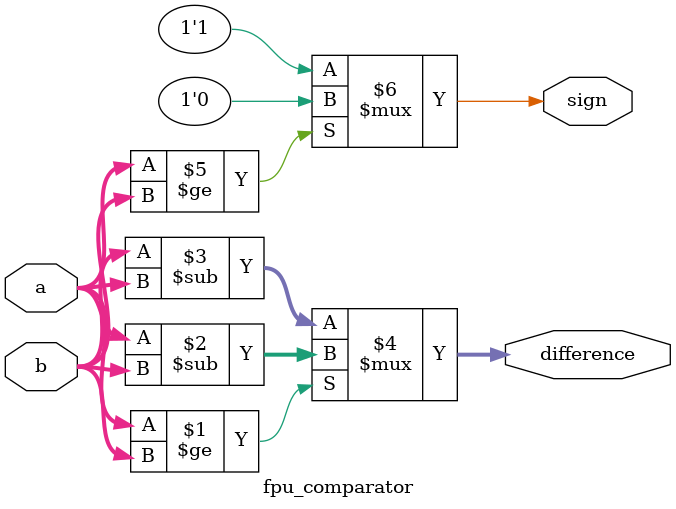
<source format=v>
module fpu_comparator #(
    parameter size = 32
    )(
    input [size-1:0] a,b,
    output [size-1:0] difference,
    output sign
    );

    assign difference = (a >= b) ? a - b : b - a;
    assign sign = (a >= b) ? 1'b0 : 1'b1;
endmodule
</source>
